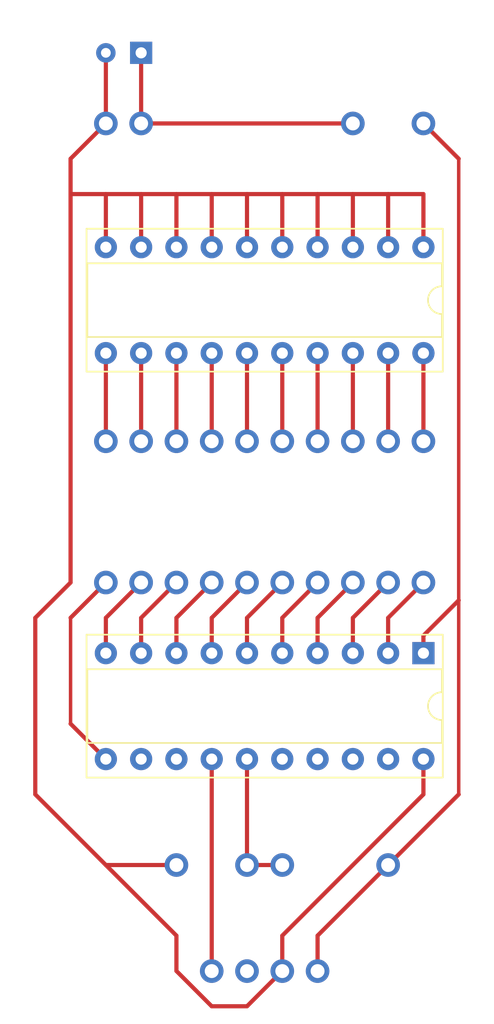
<source format=kicad_pcb>
(kicad_pcb (version 20221018) (generator pcbnew)
  (layers (0 "F.Cu" signal) (31 "B.Cu" signal) (34 "B.Paste" user) (35 "F.Paste" user) (36 "B.SilkS" user "B.Silkscreen") (37 "F.SilkS" user "F.Silkscreen") (38 "B.Mask" user) (39 "F.Mask" user) (44 "Edge.Cuts" user))
  (net 0 "")
  (footprint "" (layer "F.Cu") (at 71.12 113.02 -90)
    (fp_text reference "" (at 0 0 90) (layer "F.SilkS") (effects (font (size 1.27 1.27))))
    (fp_text value "" (at 0 0 90) (layer "F.SilkS") (effects (font (size 1.27 1.27))))
    (pad "" thru_hole oval (at 0 0 270) (size 1.7 1.7) (drill 1) (layers "*.Cu" "*.Mask"))
  )
  (footprint "" (layer "F.Cu") (at 63.5 92.7 -90)
    (fp_text reference "" (at 0 0 90) (layer "F.SilkS") (effects (font (size 1.27 1.27))))
    (fp_text value "" (at 0 0 90) (layer "F.SilkS") (effects (font (size 1.27 1.27))))
    (pad "" thru_hole oval (at 0 0 270) (size 1.7 1.7) (drill 1) (layers "*.Cu" "*.Mask"))
  )
  (footprint "" (layer "F.Cu") (at 71.12 82.54 -90)
    (fp_text reference "" (at 0 0 90) (layer "F.SilkS") (effects (font (size 1.27 1.27))))
    (fp_text value "" (at 0 0 90) (layer "F.SilkS") (effects (font (size 1.27 1.27))))
    (pad "" thru_hole oval (at 0 0 270) (size 1.7 1.7) (drill 1) (layers "*.Cu" "*.Mask"))
  )
  (footprint "" (layer "F.Cu") (at 63.5 54.6 -90)
    (fp_text reference "" (at 0 0 90) (layer "F.SilkS") (effects (font (size 1.27 1.27))))
    (fp_text value "" (at 0 0 90) (layer "F.SilkS") (effects (font (size 1.27 1.27))))
    (pad "1" thru_hole rect (at 0 0 270) (size 1.6 1.6) (drill 0.8) (layers "*.Cu" "*.Mask"))
  )
  (footprint "" (layer "F.Cu") (at 68.58 92.7 -90)
    (fp_text reference "" (at 0 0 90) (layer "F.SilkS") (effects (font (size 1.27 1.27))))
    (fp_text value "" (at 0 0 90) (layer "F.SilkS") (effects (font (size 1.27 1.27))))
    (pad "" thru_hole oval (at 0 0 270) (size 1.7 1.7) (drill 1) (layers "*.Cu" "*.Mask"))
  )
  (footprint "" (layer "F.Cu") (at 78.74 92.7 -90)
    (fp_text reference "" (at 0 0 90) (layer "F.SilkS") (effects (font (size 1.27 1.27))))
    (fp_text value "" (at 0 0 90) (layer "F.SilkS") (effects (font (size 1.27 1.27))))
    (pad "" thru_hole oval (at 0 0 270) (size 1.7 1.7) (drill 1) (layers "*.Cu" "*.Mask"))
  )
  (footprint "" (layer "F.Cu") (at 68.58 120.65 -90)
    (fp_text reference "" (at 0 0 90) (layer "F.SilkS") (effects (font (size 1.27 1.27))))
    (fp_text value "" (at 0 0 90) (layer "F.SilkS") (effects (font (size 1.27 1.27))))
    (pad "" thru_hole oval (at 0 0 270) (size 1.7 1.7) (drill 1) (layers "*.Cu" "*.Mask"))
  )
  (footprint "" (layer "F.Cu") (at 76.2 92.7 -90)
    (fp_text reference "" (at 0 0 90) (layer "F.SilkS") (effects (font (size 1.27 1.27))))
    (fp_text value "" (at 0 0 90) (layer "F.SilkS") (effects (font (size 1.27 1.27))))
    (pad "" thru_hole oval (at 0 0 270) (size 1.7 1.7) (drill 1) (layers "*.Cu" "*.Mask"))
  )
  (footprint "" (layer "F.Cu") (at 60.96 59.68 -90)
    (fp_text reference "" (at 0 0 90) (layer "F.SilkS") (effects (font (size 1.27 1.27))))
    (fp_text value "" (at 0 0 90) (layer "F.SilkS") (effects (font (size 1.27 1.27))))
    (pad "" thru_hole oval (at 0 0 270) (size 1.7 1.7) (drill 1) (layers "*.Cu" "*.Mask"))
  )
  (footprint "" (layer "F.Cu") (at 83.82 92.7 -90)
    (fp_text reference "" (at 0 0 90) (layer "F.SilkS") (effects (font (size 1.27 1.27))))
    (fp_text value "" (at 0 0 90) (layer "F.SilkS") (effects (font (size 1.27 1.27))))
    (pad "" thru_hole oval (at 0 0 270) (size 1.7 1.7) (drill 1) (layers "*.Cu" "*.Mask"))
  )
  (footprint "" (layer "F.Cu") (at 83.82 59.68 -90)
    (fp_text reference "" (at 0 0 90) (layer "F.SilkS") (effects (font (size 1.27 1.27))))
    (fp_text value "" (at 0 0 90) (layer "F.SilkS") (effects (font (size 1.27 1.27))))
    (pad "" thru_hole oval (at 0 0 270) (size 1.7 1.7) (drill 1) (layers "*.Cu" "*.Mask"))
  )
  (footprint "" (layer "F.Cu") (at 78.74 59.68 -90)
    (fp_text reference "" (at 0 0 90) (layer "F.SilkS") (effects (font (size 1.27 1.27))))
    (fp_text value "" (at 0 0 90) (layer "F.SilkS") (effects (font (size 1.27 1.27))))
    (pad "" thru_hole oval (at 0 0 270) (size 1.7 1.7) (drill 1) (layers "*.Cu" "*.Mask"))
  )
  (footprint "" (layer "F.Cu") (at 66.04 92.7 -90)
    (fp_text reference "" (at 0 0 90) (layer "F.SilkS") (effects (font (size 1.27 1.27))))
    (fp_text value "" (at 0 0 90) (layer "F.SilkS") (effects (font (size 1.27 1.27))))
    (pad "" thru_hole oval (at 0 0 270) (size 1.7 1.7) (drill 1) (layers "*.Cu" "*.Mask"))
  )
  (footprint "" (layer "F.Cu") (at 60.96 82.54 -90)
    (fp_text reference "" (at 0 0 90) (layer "F.SilkS") (effects (font (size 1.27 1.27))))
    (fp_text value "" (at 0 0 90) (layer "F.SilkS") (effects (font (size 1.27 1.27))))
    (pad "" thru_hole oval (at 0 0 270) (size 1.7 1.7) (drill 1) (layers "*.Cu" "*.Mask"))
  )
  (footprint "" (layer "F.Cu") (at 73.66 82.54 -90)
    (fp_text reference "" (at 0 0 90) (layer "F.SilkS") (effects (font (size 1.27 1.27))))
    (fp_text value "" (at 0 0 90) (layer "F.SilkS") (effects (font (size 1.27 1.27))))
    (pad "" thru_hole oval (at 0 0 270) (size 1.7 1.7) (drill 1) (layers "*.Cu" "*.Mask"))
  )
  (footprint "" (layer "F.Cu") (at 81.28 92.7 -90)
    (fp_text reference "" (at 0 0 90) (layer "F.SilkS") (effects (font (size 1.27 1.27))))
    (fp_text value "" (at 0 0 90) (layer "F.SilkS") (effects (font (size 1.27 1.27))))
    (pad "" thru_hole oval (at 0 0 270) (size 1.7 1.7) (drill 1) (layers "*.Cu" "*.Mask"))
  )
  (footprint "" (layer "F.Cu") (at 60.96 92.7 -90)
    (fp_text reference "" (at 0 0 90) (layer "F.SilkS") (effects (font (size 1.27 1.27))))
    (fp_text value "" (at 0 0 90) (layer "F.SilkS") (effects (font (size 1.27 1.27))))
    (pad "" thru_hole oval (at 0 0 270) (size 1.7 1.7) (drill 1) (layers "*.Cu" "*.Mask"))
  )
  (footprint "" (layer "F.Cu") (at 68.58 82.54 -90)
    (fp_text reference "" (at 0 0 90) (layer "F.SilkS") (effects (font (size 1.27 1.27))))
    (fp_text value "" (at 0 0 90) (layer "F.SilkS") (effects (font (size 1.27 1.27))))
    (pad "" thru_hole oval (at 0 0 270) (size 1.7 1.7) (drill 1) (layers "*.Cu" "*.Mask"))
  )
  (footprint "" (layer "F.Cu") (at 63.5 82.54 -90)
    (fp_text reference "" (at 0 0 90) (layer "F.SilkS") (effects (font (size 1.27 1.27))))
    (fp_text value "" (at 0 0 90) (layer "F.SilkS") (effects (font (size 1.27 1.27))))
    (pad "" thru_hole oval (at 0 0 270) (size 1.7 1.7) (drill 1) (layers "*.Cu" "*.Mask"))
  )
  (footprint "" (layer "F.Cu") (at 66.04 82.54 -90)
    (fp_text reference "" (at 0 0 90) (layer "F.SilkS") (effects (font (size 1.27 1.27))))
    (fp_text value "" (at 0 0 90) (layer "F.SilkS") (effects (font (size 1.27 1.27))))
    (pad "" thru_hole oval (at 0 0 270) (size 1.7 1.7) (drill 1) (layers "*.Cu" "*.Mask"))
  )
  (footprint "" (layer "F.Cu") (at 66.04 113.02 -90)
    (fp_text reference "" (at 0 0 90) (layer "F.SilkS") (effects (font (size 1.27 1.27))))
    (fp_text value "" (at 0 0 90) (layer "F.SilkS") (effects (font (size 1.27 1.27))))
    (pad "" thru_hole oval (at 0 0 270) (size 1.7 1.7) (drill 1) (layers "*.Cu" "*.Mask"))
  )
  (footprint "" (layer "F.Cu") (at 73.66 120.65 -90)
    (fp_text reference "" (at 0 0 90) (layer "F.SilkS") (effects (font (size 1.27 1.27))))
    (fp_text value "" (at 0 0 90) (layer "F.SilkS") (effects (font (size 1.27 1.27))))
    (pad "" thru_hole oval (at 0 0 270) (size 1.7 1.7) (drill 1) (layers "*.Cu" "*.Mask"))
  )
  (footprint "" (layer "F.Cu") (at 71.12 120.65 -90)
    (fp_text reference "" (at 0 0 90) (layer "F.SilkS") (effects (font (size 1.27 1.27))))
    (fp_text value "" (at 0 0 90) (layer "F.SilkS") (effects (font (size 1.27 1.27))))
    (pad "" thru_hole oval (at 0 0 270) (size 1.7 1.7) (drill 1) (layers "*.Cu" "*.Mask"))
  )
  (footprint "" (layer "F.Cu") (at 60.96 54.6 -90)
    (fp_text reference "" hide)
    (fp_text value "" hide)
    (pad "1" thru_hole circle (at 0 0 270) (size 1.4 1.4) (drill 0.7) (layers "*.Cu" "*.Mask"))
  )
  (footprint "" (layer "F.Cu") (at 81.28 82.54 -90)
    (fp_text reference "" (at 0 0 90) (layer "F.SilkS") (effects (font (size 1.27 1.27))))
    (fp_text value "" (at 0 0 90) (layer "F.SilkS") (effects (font (size 1.27 1.27))))
    (pad "" thru_hole oval (at 0 0 270) (size 1.7 1.7) (drill 1) (layers "*.Cu" "*.Mask"))
  )
  (footprint "Package_DIP:DIP-20_W7.62mm_Socket" (layer "F.Cu") (at 83.82 97.78 -90)
    (fp_text reference "REF**" hide)
    (fp_text value "DIP-20_W7.62mm_Socket" hide)
    (fp_line (start -1.33 -1.39) (end -1.33 24.25) (stroke (width 0.12)) (layer "F.SilkS"))
    (fp_line (start -1.33 24.25) (end 8.95 24.25) (stroke (width 0.12)) (layer "F.SilkS"))
    (fp_line (start 1.16 -1.33) (end 1.16 24.19) (stroke (width 0.12)) (layer "F.SilkS"))
    (fp_line (start 1.16 24.19) (end 6.46 24.19) (stroke (width 0.12)) (layer "F.SilkS"))
    (fp_line (start 2.81 -1.33) (end 1.16 -1.33) (stroke (width 0.12)) (layer "F.SilkS"))
    (fp_line (start 6.46 -1.33) (end 4.81 -1.33) (stroke (width 0.12)) (layer "F.SilkS"))
    (fp_line (start 6.46 24.19) (end 6.46 -1.33) (stroke (width 0.12)) (layer "F.SilkS"))
    (fp_line (start 8.95 -1.39) (end -1.33 -1.39) (stroke (width 0.12)) (layer "F.SilkS"))
    (fp_line (start 8.95 24.25) (end 8.95 -1.39) (stroke (width 0.12)) (layer "F.SilkS"))
    (fp_arc (start 4.81 -1.33) (mid 3.81 -0.33) (end 2.81 -1.33) (stroke (width 0.12)) (layer "F.SilkS"))
    (pad "1" thru_hole rect (at 0 0 270) (size 1.6 1.6) (drill 0.8) (layers "*.Cu" "*.Mask"))
    (pad "2" thru_hole oval (at 0 2.54 270) (size 1.6 1.6) (drill 0.8) (layers "*.Cu" "*.Mask"))
    (pad "3" thru_hole oval (at 0 5.08 270) (size 1.6 1.6) (drill 0.8) (layers "*.Cu" "*.Mask"))
    (pad "4" thru_hole oval (at 0 7.62 270) (size 1.6 1.6) (drill 0.8) (layers "*.Cu" "*.Mask"))
    (pad "5" thru_hole oval (at 0 10.16 270) (size 1.6 1.6) (drill 0.8) (layers "*.Cu" "*.Mask"))
    (pad "6" thru_hole oval (at 0 12.7 270) (size 1.6 1.6) (drill 0.8) (layers "*.Cu" "*.Mask"))
    (pad "7" thru_hole oval (at 0 15.24 270) (size 1.6 1.6) (drill 0.8) (layers "*.Cu" "*.Mask"))
    (pad "8" thru_hole oval (at 0 17.78 270) (size 1.6 1.6) (drill 0.8) (layers "*.Cu" "*.Mask"))
    (pad "9" thru_hole oval (at 0 20.32 270) (size 1.6 1.6) (drill 0.8) (layers "*.Cu" "*.Mask"))
    (pad "10" thru_hole oval (at 0 22.86 270) (size 1.6 1.6) (drill 0.8) (layers "*.Cu" "*.Mask"))
    (pad "11" thru_hole oval (at 7.62 22.86 270) (size 1.6 1.6) (drill 0.8) (layers "*.Cu" "*.Mask"))
    (pad "12" thru_hole oval (at 7.62 20.32 270) (size 1.6 1.6) (drill 0.8) (layers "*.Cu" "*.Mask"))
    (pad "13" thru_hole oval (at 7.62 17.78 270) (size 1.6 1.6) (drill 0.8) (layers "*.Cu" "*.Mask"))
    (pad "14" thru_hole oval (at 7.62 15.24 270) (size 1.6 1.6) (drill 0.8) (layers "*.Cu" "*.Mask"))
    (pad "15" thru_hole oval (at 7.62 12.7 270) (size 1.6 1.6) (drill 0.8) (layers "*.Cu" "*.Mask"))
    (pad "16" thru_hole oval (at 7.62 10.16 270) (size 1.6 1.6) (drill 0.8) (layers "*.Cu" "*.Mask"))
    (pad "17" thru_hole oval (at 7.62 7.62 270) (size 1.6 1.6) (drill 0.8) (layers "*.Cu" "*.Mask"))
    (pad "18" thru_hole oval (at 7.62 5.08 270) (size 1.6 1.6) (drill 0.8) (layers "*.Cu" "*.Mask"))
    (pad "19" thru_hole oval (at 7.62 2.54 270) (size 1.6 1.6) (drill 0.8) (layers "*.Cu" "*.Mask"))
    (pad "20" thru_hole oval (at 7.62 0 270) (size 1.6 1.6) (drill 0.8) (layers "*.Cu" "*.Mask"))
  )
  (footprint "" (layer "F.Cu") (at 71.12 92.7 -90)
    (fp_text reference "" (at 0 0 90) (layer "F.SilkS") (effects (font (size 1.27 1.27))))
    (fp_text value "" (at 0 0 90) (layer "F.SilkS") (effects (font (size 1.27 1.27))))
    (pad "" thru_hole oval (at 0 0 270) (size 1.7 1.7) (drill 1) (layers "*.Cu" "*.Mask"))
  )
  (footprint "" (layer "F.Cu") (at 63.5 59.68 -90)
    (fp_text reference "" (at 0 0 90) (layer "F.SilkS") (effects (font (size 1.27 1.27))))
    (fp_text value "" (at 0 0 90) (layer "F.SilkS") (effects (font (size 1.27 1.27))))
    (pad "" thru_hole oval (at 0 0 270) (size 1.7 1.7) (drill 1) (layers "*.Cu" "*.Mask"))
  )
  (footprint "" (layer "F.Cu") (at 73.66 113.02 -90)
    (fp_text reference "" (at 0 0 90) (layer "F.SilkS") (effects (font (size 1.27 1.27))))
    (fp_text value "" (at 0 0 90) (layer "F.SilkS") (effects (font (size 1.27 1.27))))
    (pad "" thru_hole oval (at 0 0 270) (size 1.7 1.7) (drill 1) (layers "*.Cu" "*.Mask"))
  )
  (footprint "" (layer "F.Cu") (at 83.82 82.54 -90)
    (fp_text reference "" (at 0 0 90) (layer "F.SilkS") (effects (font (size 1.27 1.27))))
    (fp_text value "" (at 0 0 90) (layer "F.SilkS") (effects (font (size 1.27 1.27))))
    (pad "" thru_hole oval (at 0 0 270) (size 1.7 1.7) (drill 1) (layers "*.Cu" "*.Mask"))
  )
  (footprint "" (layer "F.Cu") (at 78.74 82.54 -90)
    (fp_text reference "" (at 0 0 90) (layer "F.SilkS") (effects (font (size 1.27 1.27))))
    (fp_text value "" (at 0 0 90) (layer "F.SilkS") (effects (font (size 1.27 1.27))))
    (pad "" thru_hole oval (at 0 0 270) (size 1.7 1.7) (drill 1) (layers "*.Cu" "*.Mask"))
  )
  (footprint "" (layer "F.Cu") (at 76.2 120.65 -90)
    (fp_text reference "" (at 0 0 90) (layer "F.SilkS") (effects (font (size 1.27 1.27))))
    (fp_text value "" (at 0 0 90) (layer "F.SilkS") (effects (font (size 1.27 1.27))))
    (pad "" thru_hole oval (at 0 0 270) (size 1.7 1.7) (drill 1) (layers "*.Cu" "*.Mask"))
  )
  (footprint "" (layer "F.Cu") (at 73.66 92.7 -90)
    (fp_text reference "" (at 0 0 90) (layer "F.SilkS") (effects (font (size 1.27 1.27))))
    (fp_text value "" (at 0 0 90) (layer "F.SilkS") (effects (font (size 1.27 1.27))))
    (pad "" thru_hole oval (at 0 0 270) (size 1.7 1.7) (drill 1) (layers "*.Cu" "*.Mask"))
  )
  (footprint "" (layer "F.Cu") (at 76.2 82.54 -90)
    (fp_text reference "" (at 0 0 90) (layer "F.SilkS") (effects (font (size 1.27 1.27))))
    (fp_text value "" (at 0 0 90) (layer "F.SilkS") (effects (font (size 1.27 1.27))))
    (pad "" thru_hole oval (at 0 0 270) (size 1.7 1.7) (drill 1) (layers "*.Cu" "*.Mask"))
  )
  (footprint "" (layer "F.Cu") (at 81.28 113.02 -90)
    (fp_text reference "" (at 0 0 90) (layer "F.SilkS") (effects (font (size 1.27 1.27))))
    (fp_text value "" (at 0 0 90) (layer "F.SilkS") (effects (font (size 1.27 1.27))))
    (pad "" thru_hole oval (at 0 0 270) (size 1.7 1.7) (drill 1) (layers "*.Cu" "*.Mask"))
  )
  (footprint "Package_DIP:DIP-20_W7.62mm_Socket" (layer "F.Cu") (at 83.82 68.58 -90)
    (fp_text reference "REF**" hide)
    (fp_text value "DIP-20_W7.62mm_Socket" hide)
    (fp_line (start -1.33 -1.39) (end -1.33 24.25) (stroke (width 0.12)) (layer "F.SilkS"))
    (fp_line (start -1.33 24.25) (end 8.95 24.25) (stroke (width 0.12)) (layer "F.SilkS"))
    (fp_line (start 1.16 -1.33) (end 1.16 24.19) (stroke (width 0.12)) (layer "F.SilkS"))
    (fp_line (start 1.16 24.19) (end 6.46 24.19) (stroke (width 0.12)) (layer "F.SilkS"))
    (fp_line (start 2.81 -1.33) (end 1.16 -1.33) (stroke (width 0.12)) (layer "F.SilkS"))
    (fp_line (start 6.46 -1.33) (end 4.81 -1.33) (stroke (width 0.12)) (layer "F.SilkS"))
    (fp_line (start 6.46 24.19) (end 6.46 -1.33) (stroke (width 0.12)) (layer "F.SilkS"))
    (fp_line (start 8.95 -1.39) (end -1.33 -1.39) (stroke (width 0.12)) (layer "F.SilkS"))
    (fp_line (start 8.95 24.25) (end 8.95 -1.39) (stroke (width 0.12)) (layer "F.SilkS"))
    (fp_arc (start 4.81 -1.33) (mid 3.81 -0.33) (end 2.81 -1.33) (stroke (width 0.12)) (layer "F.SilkS"))
    (pad "1" thru_hole circle (at 0 0 270) (size 1.6 1.6) (drill 0.8) (layers "*.Cu" "*.Mask"))
    (pad "2" thru_hole oval (at 0 2.54 270) (size 1.6 1.6) (drill 0.8) (layers "*.Cu" "*.Mask"))
    (pad "3" thru_hole oval (at 0 5.08 270) (size 1.6 1.6) (drill 0.8) (layers "*.Cu" "*.Mask"))
    (pad "4" thru_hole oval (at 0 7.62 270) (size 1.6 1.6) (drill 0.8) (layers "*.Cu" "*.Mask"))
    (pad "5" thru_hole oval (at 0 10.16 270) (size 1.6 1.6) (drill 0.8) (layers "*.Cu" "*.Mask"))
    (pad "6" thru_hole oval (at 0 12.7 270) (size 1.6 1.6) (drill 0.8) (layers "*.Cu" "*.Mask"))
    (pad "7" thru_hole oval (at 0 15.24 270) (size 1.6 1.6) (drill 0.8) (layers "*.Cu" "*.Mask"))
    (pad "8" thru_hole oval (at 0 17.78 270) (size 1.6 1.6) (drill 0.8) (layers "*.Cu" "*.Mask"))
    (pad "9" thru_hole oval (at 0 20.32 270) (size 1.6 1.6) (drill 0.8) (layers "*.Cu" "*.Mask"))
    (pad "10" thru_hole oval (at 0 22.86 270) (size 1.6 1.6) (drill 0.8) (layers "*.Cu" "*.Mask"))
    (pad "11" thru_hole oval (at 7.62 22.86 270) (size 1.6 1.6) (drill 0.8) (layers "*.Cu" "*.Mask"))
    (pad "12" thru_hole oval (at 7.62 20.32 270) (size 1.6 1.6) (drill 0.8) (layers "*.Cu" "*.Mask"))
    (pad "13" thru_hole oval (at 7.62 17.78 270) (size 1.6 1.6) (drill 0.8) (layers "*.Cu" "*.Mask"))
    (pad "14" thru_hole oval (at 7.62 15.24 270) (size 1.6 1.6) (drill 0.8) (layers "*.Cu" "*.Mask"))
    (pad "15" thru_hole oval (at 7.62 12.7 270) (size 1.6 1.6) (drill 0.8) (layers "*.Cu" "*.Mask"))
    (pad "16" thru_hole oval (at 7.62 10.16 270) (size 1.6 1.6) (drill 0.8) (layers "*.Cu" "*.Mask"))
    (pad "17" thru_hole oval (at 7.62 7.62 270) (size 1.6 1.6) (drill 0.8) (layers "*.Cu" "*.Mask"))
    (pad "18" thru_hole oval (at 7.62 5.08 270) (size 1.6 1.6) (drill 0.8) (layers "*.Cu" "*.Mask"))
    (pad "19" thru_hole oval (at 7.62 2.54 270) (size 1.6 1.6) (drill 0.8) (layers "*.Cu" "*.Mask"))
    (pad "20" thru_hole oval (at 7.62 0 270) (size 1.6 1.6) (drill 0.8) (layers "*.Cu" "*.Mask"))
  )
  (segment (start 63.5 92.7) (end 60.96 95.24) (width 0.3) (layer "F.Cu") (net 0))
  (segment (start 66.04 64.76) (end 68.58 64.76) (width 0.3) (layer "F.Cu") (net 0))
  (segment (start 68.58 92.7) (end 66.04 95.24) (width 0.3) (layer "F.Cu") (net 0))
  (segment (start 78.74 64.76) (end 78.74 68.58) (width 0.3) (layer "F.Cu") (net 0))
  (segment (start 73.66 64.76) (end 73.66 68.58) (width 0.3) (layer "F.Cu") (net 0))
  (segment (start 78.74 64.76) (end 81.28 64.76) (width 0.3) (layer "F.Cu") (net 0))
  (segment (start 76.2 64.76) (end 76.2 68.58) (width 0.3) (layer "F.Cu") (net 0))
  (segment (start 68.58 64.76) (end 68.58 68.58) (width 0.3) (layer "F.Cu") (net 0))
  (segment (start 83.82 107.94) (end 83.82 105.4) (width 0.3) (layer "F.Cu") (net 0))
  (segment (start 60.96 64.76) (end 60.96 68.58) (width 0.3) (layer "F.Cu") (net 0))
  (segment (start 63.5 59.68) (end 78.74 59.68) (width 0.3) (layer "F.Cu") (net 0))
  (segment (start 81.28 64.76) (end 81.28 68.58) (width 0.3) (layer "F.Cu") (net 0))
  (segment (start 78.74 92.7) (end 76.2 95.24) (width 0.3) (layer "F.Cu") (net 0))
  (segment (start 68.58 82.54) (end 68.58 76.2) (width 0.3) (layer "F.Cu") (net 0))
  (segment (start 58.42 64.76) (end 60.96 64.76) (width 0.3) (layer "F.Cu") (net 0))
  (segment (start 60.96 64.76) (end 63.5 64.76) (width 0.3) (layer "F.Cu") (net 0))
  (segment (start 73.66 92.7) (end 71.12 95.24) (width 0.3) (layer "F.Cu") (net 0))
  (segment (start 71.12 113.02) (end 73.66 113.02) (width 0.3) (layer "F.Cu") (net 0))
  (segment (start 81.28 64.76) (end 83.82 64.76) (width 0.3) (layer "F.Cu") (net 0))
  (segment (start 58.42 95.24) (end 58.42 102.86) (width 0.25) (layer "F.Cu") (net 0))
  (segment (start 60.96 95.24) (end 60.96 97.78) (width 0.3) (layer "F.Cu") (net 0))
  (segment (start 76.2 92.7) (end 73.66 95.24) (width 0.3) (layer "F.Cu") (net 0))
  (segment (start 76.2 95.24) (end 76.2 97.78) (width 0.3) (layer "F.Cu") (net 0))
  (segment (start 73.66 64.76) (end 76.2 64.76) (width 0.3) (layer "F.Cu") (net 0))
  (segment (start 55.88 107.94) (end 60.96 113.02) (width 0.3) (layer "F.Cu") (net 0))
  (segment (start 60.96 92.7) (end 58.42 95.24) (width 0.3) (layer "F.Cu") (net 0))
  (segment (start 68.58 123.18) (end 71.12 123.18) (width 0.3) (layer "F.Cu") (net 0))
  (segment (start 83.82 64.76) (end 83.82 68.58) (width 0.3) (layer "F.Cu") (net 0))
  (segment (start 86.36 107.94) (end 86.36 62.22) (width 0.25) (layer "F.Cu") (net 0))
  (segment (start 71.12 123.18) (end 73.66 120.64) (width 0.3) (layer "F.Cu") (net 0))
  (segment (start 63.5 82.54) (end 63.5 76.2) (width 0.3) (layer "F.Cu") (net 0))
  (segment (start 68.58 64.76) (end 71.12 64.76) (width 0.3) (layer "F.Cu") (net 0))
  (segment (start 73.66 95.24) (end 73.66 97.78) (width 0.3) (layer "F.Cu") (net 0))
  (segment (start 63.5 54.6) (end 63.5 59.68) (width 0.3) (layer "F.Cu") (net 0))
  (segment (start 83.82 76.2) (end 83.82 82.54) (width 0.3) (layer "F.Cu") (net 0))
  (segment (start 81.28 92.7) (end 78.74 95.24) (width 0.3) (layer "F.Cu") (net 0))
  (segment (start 60.96 59.68) (end 58.42 62.22) (width 0.3) (layer "F.Cu") (net 0))
  (segment (start 83.82 92.7) (end 81.28 95.24) (width 0.3) (layer "F.Cu") (net 0))
  (segment (start 81.28 95.24) (end 81.28 97.78) (width 0.3) (layer "F.Cu") (net 0))
  (segment (start 66.04 95.24) (end 66.04 97.78) (width 0.3) (layer "F.Cu") (net 0))
  (segment (start 83.82 96.52) (end 86.36 93.98) (width 0.3) (layer "F.Cu") (net 0))
  (segment (start 68.58 105.4) (end 68.58 120.64) (width 0.3) (layer "F.Cu") (net 0))
  (segment (start 76.2 82.54) (end 76.2 76.2) (width 0.3) (layer "F.Cu") (net 0))
  (segment (start 73.66 120.64) (end 73.66 118.1) (width 0.3) (layer "F.Cu") (net 0))
  (segment (start 63.5 64.76) (end 63.5 68.58) (width 0.3) (layer "F.Cu") (net 0))
  (segment (start 73.66 82.54) (end 73.66 76.2) (width 0.3) (layer "F.Cu") (net 0))
  (segment (start 66.04 120.64) (end 68.58 123.18) (width 0.3) (layer "F.Cu") (net 0))
  (segment (start 60.96 113.02) (end 66.04 113.02) (width 0.3) (layer "F.Cu") (net 0))
  (segment (start 58.42 92.7) (end 55.88 95.24) (width 0.3) (layer "F.Cu") (net 0))
  (segment (start 60.96 82.54) (end 60.96 76.2) (width 0.3) (layer "F.Cu") (net 0))
  (segment (start 71.12 82.54) (end 71.12 76.2) (width 0.3) (layer "F.Cu") (net 0))
  (segment (start 71.12 105.4) (end 71.12 113.02) (width 0.3) (layer "F.Cu") (net 0))
  (segment (start 73.66 118.1) (end 83.82 107.94) (width 0.3) (layer "F.Cu") (net 0))
  (segment (start 78.74 82.54) (end 78.74 76.2) (width 0.3) (layer "F.Cu") (net 0))
  (segment (start 60.96 113.02) (end 66.04 118.1) (width 0.3) (layer "F.Cu") (net 0))
  (segment (start 60.96 54.6) (end 60.96 59.68) (width 0.3) (layer "F.Cu") (net 0))
  (segment (start 58.42 102.86) (end 60.96 105.4) (width 0.3) (layer "F.Cu") (net 0))
  (segment (start 76.2 118.1) (end 86.36 107.94) (width 0.3) (layer "F.Cu") (net 0))
  (segment (start 63.5 64.76) (end 66.04 64.76) (width 0.3) (layer "F.Cu") (net 0))
  (segment (start 63.5 95.24) (end 63.5 97.78) (width 0.3) (layer "F.Cu") (net 0))
  (segment (start 76.2 120.64) (end 76.2 118.1) (width 0.3) (layer "F.Cu") (net 0))
  (segment (start 86.36 62.22) (end 83.82 59.68) (width 0.3) (layer "F.Cu") (net 0))
  (segment (start 71.12 95.24) (end 71.12 97.78) (width 0.3) (layer "F.Cu") (net 0))
  (segment (start 66.04 118.1) (end 66.04 120.64) (width 0.3) (layer "F.Cu") (net 0))
  (segment (start 66.04 92.7) (end 63.5 95.24) (width 0.3) (layer "F.Cu") (net 0))
  (segment (start 55.88 95.24) (end 55.88 107.94) (width 0.3) (layer "F.Cu") (net 0))
  (segment (start 81.28 82.54) (end 81.28 76.2) (width 0.3) (layer "F.Cu") (net 0))
  (segment (start 71.12 64.76) (end 71.12 68.58) (width 0.3) (layer "F.Cu") (net 0))
  (segment (start 66.04 82.54) (end 66.04 76.2) (width 0.3) (layer "F.Cu") (net 0))
  (segment (start 76.2 64.76) (end 78.74 64.76) (width 0.3) (layer "F.Cu") (net 0))
  (segment (start 71.12 92.7) (end 68.58 95.24) (width 0.3) (layer "F.Cu") (net 0))
  (segment (start 58.42 62.22) (end 58.42 64.76) (width 0.3) (layer "F.Cu") (net 0))
  (segment (start 71.12 64.76) (end 73.66 64.76) (width 0.3) (layer "F.Cu") (net 0))
  (segment (start 58.42 64.76) (end 58.42 92.7) (width 0.3) (layer "F.Cu") (net 0))
  (segment (start 78.74 95.24) (end 78.74 97.78) (width 0.3) (layer "F.Cu") (net 0))
  (segment (start 68.58 95.24) (end 68.58 97.78) (width 0.3) (layer "F.Cu") (net 0))
  (segment (start 83.82 97.78) (end 83.82 96.52) (width 0.3) (layer "F.Cu") (net 0))
  (segment (start 66.04 64.76) (end 66.04 68.58) (width 0.3) (layer "F.Cu") (net 0))
)
</source>
